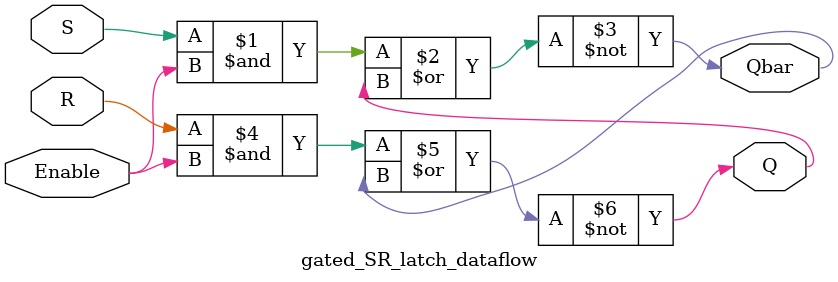
<source format=v>
`timescale 1ns / 1ps

module gated_SR_latch_dataflow (
    input S,
    input R,
    input Enable,
    output Q,
    output Qbar
);
    assign Qbar = ~((S & Enable) | Q);
    assign Q = ~((R & Enable) | Qbar);
endmodule
</source>
